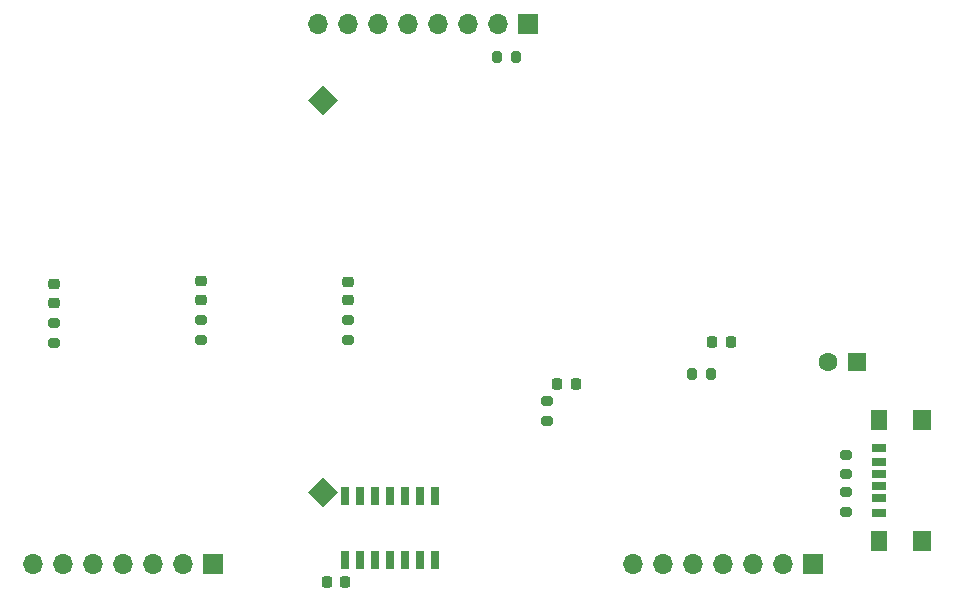
<source format=gbr>
%TF.GenerationSoftware,KiCad,Pcbnew,7.0.2*%
%TF.CreationDate,2023-05-26T00:09:40+09:00*%
%TF.ProjectId,JinBoard,4a696e42-6f61-4726-942e-6b696361645f,rev?*%
%TF.SameCoordinates,Original*%
%TF.FileFunction,Soldermask,Top*%
%TF.FilePolarity,Negative*%
%FSLAX46Y46*%
G04 Gerber Fmt 4.6, Leading zero omitted, Abs format (unit mm)*
G04 Created by KiCad (PCBNEW 7.0.2) date 2023-05-26 00:09:40*
%MOMM*%
%LPD*%
G01*
G04 APERTURE LIST*
G04 Aperture macros list*
%AMRoundRect*
0 Rectangle with rounded corners*
0 $1 Rounding radius*
0 $2 $3 $4 $5 $6 $7 $8 $9 X,Y pos of 4 corners*
0 Add a 4 corners polygon primitive as box body*
4,1,4,$2,$3,$4,$5,$6,$7,$8,$9,$2,$3,0*
0 Add four circle primitives for the rounded corners*
1,1,$1+$1,$2,$3*
1,1,$1+$1,$4,$5*
1,1,$1+$1,$6,$7*
1,1,$1+$1,$8,$9*
0 Add four rect primitives between the rounded corners*
20,1,$1+$1,$2,$3,$4,$5,0*
20,1,$1+$1,$4,$5,$6,$7,0*
20,1,$1+$1,$6,$7,$8,$9,0*
20,1,$1+$1,$8,$9,$2,$3,0*%
%AMOutline4P*
0 Free polygon, 4 corners , with rotation*
0 The origin of the aperture is its center*
0 number of corners: always 4*
0 $1 to $8 corner X, Y*
0 $9 Rotation angle, in degrees counterclockwise*
0 create outline with 4 corners*
4,1,4,$1,$2,$3,$4,$5,$6,$7,$8,$1,$2,$9*%
G04 Aperture macros list end*
%ADD10RoundRect,0.218750X0.256250X-0.218750X0.256250X0.218750X-0.256250X0.218750X-0.256250X-0.218750X0*%
%ADD11R,0.650000X1.500000*%
%ADD12R,1.600000X1.600000*%
%ADD13C,1.600000*%
%ADD14RoundRect,0.200000X-0.275000X0.200000X-0.275000X-0.200000X0.275000X-0.200000X0.275000X0.200000X0*%
%ADD15RoundRect,0.218750X-0.218750X-0.256250X0.218750X-0.256250X0.218750X0.256250X-0.218750X0.256250X0*%
%ADD16RoundRect,0.225000X0.225000X0.250000X-0.225000X0.250000X-0.225000X-0.250000X0.225000X-0.250000X0*%
%ADD17RoundRect,0.200000X0.275000X-0.200000X0.275000X0.200000X-0.275000X0.200000X-0.275000X-0.200000X0*%
%ADD18RoundRect,0.200000X-0.200000X-0.275000X0.200000X-0.275000X0.200000X0.275000X-0.200000X0.275000X0*%
%ADD19RoundRect,0.200000X0.200000X0.275000X-0.200000X0.275000X-0.200000X-0.275000X0.200000X-0.275000X0*%
%ADD20R,1.200000X0.700000*%
%ADD21R,1.200000X0.760000*%
%ADD22R,1.200000X0.800000*%
%ADD23R,1.350000X1.800000*%
%ADD24R,1.500000X1.800000*%
%ADD25R,1.700000X1.700000*%
%ADD26O,1.700000X1.700000*%
%ADD27Outline4P,-1.270000X0.000000X0.000000X1.270000X1.270000X0.000000X0.000000X-1.270000X180.000000*%
G04 APERTURE END LIST*
D10*
%TO.C,D3*%
X140970000Y-104673500D03*
X140970000Y-103098500D03*
%TD*%
%TO.C,D1*%
X116078000Y-104902000D03*
X116078000Y-103327000D03*
%TD*%
D11*
%TO.C,IC1*%
X140716000Y-126652000D03*
X141986000Y-126652000D03*
X143256000Y-126652000D03*
X144526000Y-126652000D03*
X145796000Y-126652000D03*
X147066000Y-126652000D03*
X148336000Y-126652000D03*
X148336000Y-121252000D03*
X147066000Y-121252000D03*
X145796000Y-121252000D03*
X144526000Y-121252000D03*
X143256000Y-121252000D03*
X141986000Y-121252000D03*
X140716000Y-121252000D03*
%TD*%
D12*
%TO.C,C2*%
X184110000Y-109855000D03*
D13*
X181610000Y-109855000D03*
%TD*%
D14*
%TO.C,R6*%
X140970000Y-106363000D03*
X140970000Y-108013000D03*
%TD*%
D15*
%TO.C,D4*%
X158724500Y-111760000D03*
X160299500Y-111760000D03*
%TD*%
D14*
%TO.C,R7*%
X157861000Y-113221000D03*
X157861000Y-114871000D03*
%TD*%
D16*
%TO.C,C1*%
X140729000Y-128524000D03*
X139179000Y-128524000D03*
%TD*%
D15*
%TO.C,D5*%
X171805500Y-108204000D03*
X173380500Y-108204000D03*
%TD*%
D17*
%TO.C,R1*%
X183118500Y-119380000D03*
X183118500Y-117730000D03*
%TD*%
D18*
%TO.C,R3*%
X153607000Y-84074000D03*
X155257000Y-84074000D03*
%TD*%
D19*
%TO.C,R8*%
X171767000Y-110871000D03*
X170117000Y-110871000D03*
%TD*%
D10*
%TO.C,D2*%
X128524000Y-104648000D03*
X128524000Y-103073000D03*
%TD*%
D20*
%TO.C,J2*%
X185928000Y-120388000D03*
D21*
X185928000Y-118368000D03*
D22*
X185928000Y-117138000D03*
D20*
X185928000Y-119388000D03*
D21*
X185928000Y-121408000D03*
D22*
X185928000Y-122638000D03*
D23*
X185983000Y-125013000D03*
D24*
X189563000Y-125013000D03*
D23*
X185983000Y-114763000D03*
D24*
X189563000Y-114763000D03*
%TD*%
D14*
%TO.C,R4*%
X116078000Y-106617000D03*
X116078000Y-108267000D03*
%TD*%
%TO.C,R2*%
X183118500Y-120904000D03*
X183118500Y-122554000D03*
%TD*%
%TO.C,R5*%
X128524000Y-106363000D03*
X128524000Y-108013000D03*
%TD*%
D25*
%TO.C,J1*%
X156195000Y-81280000D03*
D26*
X153655000Y-81280000D03*
X151115000Y-81280000D03*
X148575000Y-81280000D03*
X146035000Y-81280000D03*
X143495000Y-81280000D03*
X140955000Y-81280000D03*
X138415000Y-81280000D03*
%TD*%
D27*
%TO.C,REF\u002A\u002A*%
X138888002Y-87714107D03*
X138863002Y-120889107D03*
%TD*%
D25*
%TO.C,J3*%
X180340000Y-127000000D03*
D26*
X177800000Y-127000000D03*
X175260000Y-127000000D03*
X172720000Y-127000000D03*
X170180000Y-127000000D03*
X167640000Y-127000000D03*
X165100000Y-127000000D03*
%TD*%
D25*
%TO.C,J4*%
X129540000Y-127000000D03*
D26*
X127000000Y-127000000D03*
X124460000Y-127000000D03*
X121920000Y-127000000D03*
X119380000Y-127000000D03*
X116840000Y-127000000D03*
X114300000Y-127000000D03*
%TD*%
M02*

</source>
